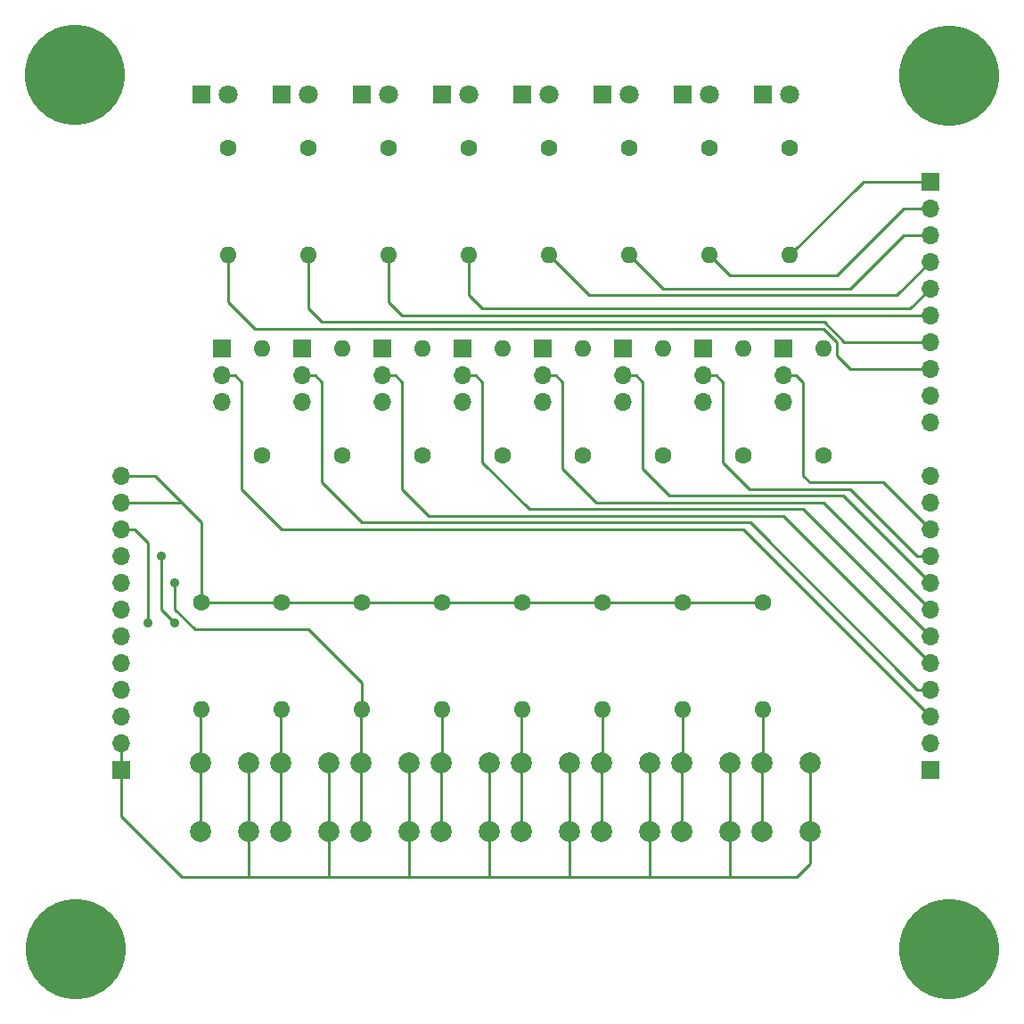
<source format=gbr>
G04 #@! TF.GenerationSoftware,KiCad,Pcbnew,(5.1.5)-3*
G04 #@! TF.CreationDate,2020-08-02T18:44:06-04:00*
G04 #@! TF.ProjectId,LEDS-SWITCHES,4c454453-2d53-4574-9954-434845532e6b,2*
G04 #@! TF.SameCoordinates,Original*
G04 #@! TF.FileFunction,Copper,L1,Top*
G04 #@! TF.FilePolarity,Positive*
%FSLAX46Y46*%
G04 Gerber Fmt 4.6, Leading zero omitted, Abs format (unit mm)*
G04 Created by KiCad (PCBNEW (5.1.5)-3) date 2020-08-02 18:44:06*
%MOMM*%
%LPD*%
G04 APERTURE LIST*
%ADD10C,9.525000*%
%ADD11C,1.800000*%
%ADD12R,1.800000X1.800000*%
%ADD13O,1.700000X1.700000*%
%ADD14R,1.700000X1.700000*%
%ADD15C,1.600000*%
%ADD16O,1.600000X1.600000*%
%ADD17C,2.000000*%
%ADD18C,0.889000*%
%ADD19C,0.254000*%
G04 APERTURE END LIST*
D10*
X15875000Y-15875000D03*
X99000000Y-99000000D03*
X16000000Y-99000000D03*
X99000000Y-16000000D03*
D11*
X83820000Y-17780000D03*
D12*
X81280000Y-17780000D03*
X73660000Y-17780000D03*
D11*
X76200000Y-17780000D03*
D12*
X66040000Y-17780000D03*
D11*
X68580000Y-17780000D03*
X60960000Y-17780000D03*
D12*
X58420000Y-17780000D03*
X50800000Y-17780000D03*
D11*
X53340000Y-17780000D03*
X45720000Y-17780000D03*
D12*
X43180000Y-17780000D03*
X35560000Y-17780000D03*
D11*
X38100000Y-17780000D03*
X30480000Y-17780000D03*
D12*
X27940000Y-17780000D03*
D13*
X97155000Y-53975000D03*
X97155000Y-56515000D03*
X97155000Y-59055000D03*
X97155000Y-61595000D03*
X97155000Y-64135000D03*
X97155000Y-66675000D03*
X97155000Y-69215000D03*
X97155000Y-71755000D03*
X97155000Y-74295000D03*
X97155000Y-76835000D03*
X97155000Y-79375000D03*
D14*
X97155000Y-81915000D03*
X20320000Y-81915000D03*
D13*
X20320000Y-79375000D03*
X20320000Y-76835000D03*
X20320000Y-74295000D03*
X20320000Y-71755000D03*
X20320000Y-69215000D03*
X20320000Y-66675000D03*
X20320000Y-64135000D03*
X20320000Y-61595000D03*
X20320000Y-59055000D03*
X20320000Y-56515000D03*
X20320000Y-53975000D03*
D14*
X97155000Y-26035000D03*
D13*
X97155000Y-28575000D03*
X97155000Y-31115000D03*
X97155000Y-33655000D03*
X97155000Y-36195000D03*
X97155000Y-38735000D03*
X97155000Y-41275000D03*
X97155000Y-43815000D03*
X97155000Y-46355000D03*
X97155000Y-48895000D03*
D15*
X33655000Y-52070000D03*
D16*
X33655000Y-41910000D03*
D15*
X41275000Y-52070000D03*
D16*
X41275000Y-41910000D03*
X48895000Y-41910000D03*
D15*
X48895000Y-52070000D03*
X56515000Y-52070000D03*
D16*
X56515000Y-41910000D03*
X64135000Y-41910000D03*
D15*
X64135000Y-52070000D03*
D16*
X71755000Y-41910000D03*
D15*
X71755000Y-52070000D03*
X79375000Y-52070000D03*
D16*
X79375000Y-41910000D03*
X86995000Y-41910000D03*
D15*
X86995000Y-52070000D03*
X27940000Y-66040000D03*
D16*
X27940000Y-76200000D03*
X35560000Y-76200000D03*
D15*
X35560000Y-66040000D03*
X43180000Y-66040000D03*
D16*
X43180000Y-76200000D03*
X50800000Y-76200000D03*
D15*
X50800000Y-66040000D03*
X58420000Y-66040000D03*
D16*
X58420000Y-76200000D03*
X66040000Y-76200000D03*
D15*
X66040000Y-66040000D03*
X73660000Y-66040000D03*
D16*
X73660000Y-76200000D03*
X81280000Y-76200000D03*
D15*
X81280000Y-66040000D03*
X83820000Y-22860000D03*
D16*
X83820000Y-33020000D03*
X76200000Y-33020000D03*
D15*
X76200000Y-22860000D03*
X68580000Y-22860000D03*
D16*
X68580000Y-33020000D03*
X60960000Y-33020000D03*
D15*
X60960000Y-22860000D03*
X53340000Y-22860000D03*
D16*
X53340000Y-33020000D03*
X45720000Y-33020000D03*
D15*
X45720000Y-22860000D03*
X38100000Y-22860000D03*
D16*
X38100000Y-33020000D03*
X30480000Y-33020000D03*
D15*
X30480000Y-22860000D03*
D13*
X29845000Y-46990000D03*
X29845000Y-44450000D03*
D14*
X29845000Y-41910000D03*
X37465000Y-41910000D03*
D13*
X37465000Y-44450000D03*
X37465000Y-46990000D03*
X45085000Y-46990000D03*
X45085000Y-44450000D03*
D14*
X45085000Y-41910000D03*
X52705000Y-41910000D03*
D13*
X52705000Y-44450000D03*
X52705000Y-46990000D03*
X60325000Y-46990000D03*
X60325000Y-44450000D03*
D14*
X60325000Y-41910000D03*
X67945000Y-41910000D03*
D13*
X67945000Y-44450000D03*
X67945000Y-46990000D03*
X75565000Y-46990000D03*
X75565000Y-44450000D03*
D14*
X75565000Y-41910000D03*
X83185000Y-41910000D03*
D13*
X83185000Y-44450000D03*
X83185000Y-46990000D03*
D17*
X27885000Y-81280000D03*
X32385000Y-81280000D03*
X27885000Y-87780000D03*
X32385000Y-87780000D03*
X40005000Y-87780000D03*
X35505000Y-87780000D03*
X40005000Y-81280000D03*
X35505000Y-81280000D03*
X43125000Y-81280000D03*
X47625000Y-81280000D03*
X43125000Y-87780000D03*
X47625000Y-87780000D03*
X55245000Y-87780000D03*
X50745000Y-87780000D03*
X55245000Y-81280000D03*
X50745000Y-81280000D03*
X58365000Y-81280000D03*
X62865000Y-81280000D03*
X58365000Y-87780000D03*
X62865000Y-87780000D03*
X70485000Y-87780000D03*
X65985000Y-87780000D03*
X70485000Y-81280000D03*
X65985000Y-81280000D03*
X73605000Y-81280000D03*
X78105000Y-81280000D03*
X73605000Y-87780000D03*
X78105000Y-87780000D03*
X85725000Y-87780000D03*
X81225000Y-87780000D03*
X85725000Y-81280000D03*
X81225000Y-81280000D03*
D18*
X25400000Y-64135000D03*
X25400000Y-67945000D03*
X24130000Y-61595000D03*
X22860000Y-67945000D03*
D19*
X97155000Y-59055000D02*
X92710000Y-54610000D01*
X85725000Y-54610000D02*
X85090000Y-53975000D01*
X92710000Y-54610000D02*
X85725000Y-54610000D01*
X85090000Y-45152919D02*
X84387081Y-44450000D01*
X84387081Y-44450000D02*
X83185000Y-44450000D01*
X85090000Y-53975000D02*
X85090000Y-45152919D01*
X77470000Y-45085000D02*
X76835000Y-44450000D01*
X77470000Y-52705000D02*
X77470000Y-45085000D01*
X76835000Y-44450000D02*
X75565000Y-44450000D01*
X95952919Y-61595000D02*
X89602919Y-55245000D01*
X97155000Y-61595000D02*
X95952919Y-61595000D01*
X80010000Y-55245000D02*
X77470000Y-52705000D01*
X89602919Y-55245000D02*
X80010000Y-55245000D01*
X69215000Y-44450000D02*
X67945000Y-44450000D01*
X88900000Y-55880000D02*
X72390000Y-55880000D01*
X69850000Y-53340000D02*
X69850000Y-45085000D01*
X97155000Y-64135000D02*
X88900000Y-55880000D01*
X72390000Y-55880000D02*
X69850000Y-53340000D01*
X69850000Y-45085000D02*
X69215000Y-44450000D01*
X86995000Y-56515000D02*
X65405000Y-56515000D01*
X97155000Y-66675000D02*
X86995000Y-56515000D01*
X61595000Y-44450000D02*
X60325000Y-44450000D01*
X62230000Y-53340000D02*
X62230000Y-45085000D01*
X65405000Y-56515000D02*
X62230000Y-53340000D01*
X62230000Y-45085000D02*
X61595000Y-44450000D01*
X53975000Y-44450000D02*
X52705000Y-44450000D01*
X85090000Y-57150000D02*
X59055000Y-57150000D01*
X59055000Y-57150000D02*
X54610000Y-52705000D01*
X97155000Y-69215000D02*
X85090000Y-57150000D01*
X54610000Y-52705000D02*
X54610000Y-45085000D01*
X54610000Y-45085000D02*
X53975000Y-44450000D01*
X83185000Y-57785000D02*
X49530000Y-57785000D01*
X46355000Y-44450000D02*
X45085000Y-44450000D01*
X97155000Y-71755000D02*
X83185000Y-57785000D01*
X49530000Y-57785000D02*
X46990000Y-55245000D01*
X46990000Y-55245000D02*
X46990000Y-45085000D01*
X46990000Y-45085000D02*
X46355000Y-44450000D01*
X39370000Y-45085000D02*
X38735000Y-44450000D01*
X95952919Y-74295000D02*
X80077919Y-58420000D01*
X43180000Y-58420000D02*
X39370000Y-54610000D01*
X97155000Y-74295000D02*
X95952919Y-74295000D01*
X80077919Y-58420000D02*
X43180000Y-58420000D01*
X38735000Y-44450000D02*
X37465000Y-44450000D01*
X39370000Y-54610000D02*
X39370000Y-45085000D01*
X31115000Y-44450000D02*
X29845000Y-44450000D01*
X35560000Y-59055000D02*
X31750000Y-55245000D01*
X97155000Y-76835000D02*
X79375000Y-59055000D01*
X31750000Y-55245000D02*
X31750000Y-45085000D01*
X79375000Y-59055000D02*
X35560000Y-59055000D01*
X31750000Y-45085000D02*
X31115000Y-44450000D01*
X32385000Y-87780000D02*
X32385000Y-81280000D01*
X40005000Y-81280000D02*
X40005000Y-87780000D01*
X47625000Y-81280000D02*
X47625000Y-87780000D01*
X55245000Y-81280000D02*
X55245000Y-87780000D01*
X62865000Y-87780000D02*
X62865000Y-81280000D01*
X70485000Y-81280000D02*
X70485000Y-87780000D01*
X78105000Y-81280000D02*
X78105000Y-87780000D01*
X85725000Y-81280000D02*
X85725000Y-87780000D01*
X85725000Y-87780000D02*
X85725000Y-90805000D01*
X85725000Y-90805000D02*
X84455000Y-92075000D01*
X40005000Y-87780000D02*
X40005000Y-92075000D01*
X47625000Y-87780000D02*
X47625000Y-92075000D01*
X47625000Y-92075000D02*
X40005000Y-92075000D01*
X55245000Y-87780000D02*
X55245000Y-92075000D01*
X55245000Y-92075000D02*
X47625000Y-92075000D01*
X62865000Y-87780000D02*
X62865000Y-92075000D01*
X70485000Y-87780000D02*
X70485000Y-92075000D01*
X70485000Y-92075000D02*
X55245000Y-92075000D01*
X78105000Y-87780000D02*
X78105000Y-92075000D01*
X84455000Y-92075000D02*
X78105000Y-92075000D01*
X78105000Y-92075000D02*
X70485000Y-92075000D01*
X20320000Y-79375000D02*
X20320000Y-81915000D01*
X20320000Y-81915000D02*
X20320000Y-86360000D01*
X20320000Y-86360000D02*
X26035000Y-92075000D01*
X26035000Y-92075000D02*
X32385000Y-92075000D01*
X32385000Y-87780000D02*
X32385000Y-92075000D01*
X32385000Y-92075000D02*
X40005000Y-92075000D01*
X81225000Y-81280000D02*
X81225000Y-87780000D01*
X81280000Y-81225000D02*
X81225000Y-81280000D01*
X81280000Y-76200000D02*
X81280000Y-81225000D01*
X73605000Y-81280000D02*
X73605000Y-87780000D01*
X73660000Y-81225000D02*
X73605000Y-81280000D01*
X73660000Y-76200000D02*
X73660000Y-81225000D01*
X65985000Y-81280000D02*
X65985000Y-87780000D01*
X66040000Y-81225000D02*
X65985000Y-81280000D01*
X66040000Y-76200000D02*
X66040000Y-81225000D01*
X58365000Y-87780000D02*
X58365000Y-81280000D01*
X58365000Y-76255000D02*
X58420000Y-76200000D01*
X58365000Y-81280000D02*
X58365000Y-76255000D01*
X50745000Y-87780000D02*
X50745000Y-81280000D01*
X50800000Y-81225000D02*
X50745000Y-81280000D01*
X50800000Y-76200000D02*
X50800000Y-81225000D01*
X43125000Y-76255000D02*
X43180000Y-76200000D01*
X43125000Y-81280000D02*
X43125000Y-76255000D01*
X43125000Y-81280000D02*
X43125000Y-87780000D01*
X43180000Y-76200000D02*
X43180000Y-73660000D01*
X43180000Y-73660000D02*
X38100000Y-68580000D01*
X38100000Y-68580000D02*
X27305000Y-68580000D01*
X27305000Y-68580000D02*
X25400000Y-66675000D01*
X25400000Y-66675000D02*
X25400000Y-64135000D01*
X35505000Y-76255000D02*
X35560000Y-76200000D01*
X35505000Y-81280000D02*
X35505000Y-76255000D01*
X35505000Y-81280000D02*
X35505000Y-87780000D01*
X25400000Y-67945000D02*
X24130000Y-66675000D01*
X24130000Y-66675000D02*
X24130000Y-61595000D01*
X27885000Y-76255000D02*
X27940000Y-76200000D01*
X27885000Y-81280000D02*
X27885000Y-76255000D01*
X27885000Y-87780000D02*
X27885000Y-81280000D01*
X22860000Y-67945000D02*
X22860000Y-60325000D01*
X21590000Y-59055000D02*
X20320000Y-59055000D01*
X22860000Y-60325000D02*
X21590000Y-59055000D01*
X81280000Y-66040000D02*
X73660000Y-66040000D01*
X66040000Y-66040000D02*
X73660000Y-66040000D01*
X58420000Y-66040000D02*
X66040000Y-66040000D01*
X43180000Y-66040000D02*
X50800000Y-66040000D01*
X50800000Y-66040000D02*
X58420000Y-66040000D01*
X35560000Y-66040000D02*
X43180000Y-66040000D01*
X27940000Y-66040000D02*
X35560000Y-66040000D01*
X27940000Y-66040000D02*
X27940000Y-58420000D01*
X26035000Y-56515000D02*
X20320000Y-56515000D01*
X27940000Y-58420000D02*
X26035000Y-56515000D01*
X23495000Y-53975000D02*
X26035000Y-56515000D01*
X20320000Y-53975000D02*
X23495000Y-53975000D01*
X90805000Y-26035000D02*
X83820000Y-33020000D01*
X97155000Y-26035000D02*
X90805000Y-26035000D01*
X94615000Y-28575000D02*
X97155000Y-28575000D01*
X88265000Y-34925000D02*
X94615000Y-28575000D01*
X78105000Y-34925000D02*
X88265000Y-34925000D01*
X76200000Y-33020000D02*
X78105000Y-34925000D01*
X94615000Y-31115000D02*
X97155000Y-31115000D01*
X68580000Y-33020000D02*
X71755000Y-36195000D01*
X71755000Y-36195000D02*
X89535000Y-36195000D01*
X89535000Y-36195000D02*
X94615000Y-31115000D01*
X60960000Y-33020000D02*
X64770000Y-36830000D01*
X93980000Y-36830000D02*
X97155000Y-33655000D01*
X64770000Y-36830000D02*
X93980000Y-36830000D01*
X53340000Y-33020000D02*
X53340000Y-36830000D01*
X53340000Y-36830000D02*
X54610000Y-38100000D01*
X95250000Y-38100000D02*
X97155000Y-36195000D01*
X54610000Y-38100000D02*
X95250000Y-38100000D01*
X97155000Y-38735000D02*
X46990000Y-38735000D01*
X45720000Y-37465000D02*
X45720000Y-33020000D01*
X46990000Y-38735000D02*
X45720000Y-37465000D01*
X38100000Y-33020000D02*
X38100000Y-38100000D01*
X38100000Y-38100000D02*
X39370000Y-39370000D01*
X39370000Y-39370000D02*
X87078434Y-39370000D01*
X88983434Y-41275000D02*
X97155000Y-41275000D01*
X87078434Y-39370000D02*
X88983434Y-41275000D01*
X30480000Y-37465000D02*
X30480000Y-33020000D01*
X33020000Y-40005000D02*
X30480000Y-37465000D01*
X89535000Y-43815000D02*
X88265000Y-42545000D01*
X97155000Y-43815000D02*
X89535000Y-43815000D01*
X88265000Y-41275000D02*
X86995000Y-40005000D01*
X86995000Y-40005000D02*
X33020000Y-40005000D01*
X88265000Y-42545000D02*
X88265000Y-41275000D01*
M02*

</source>
